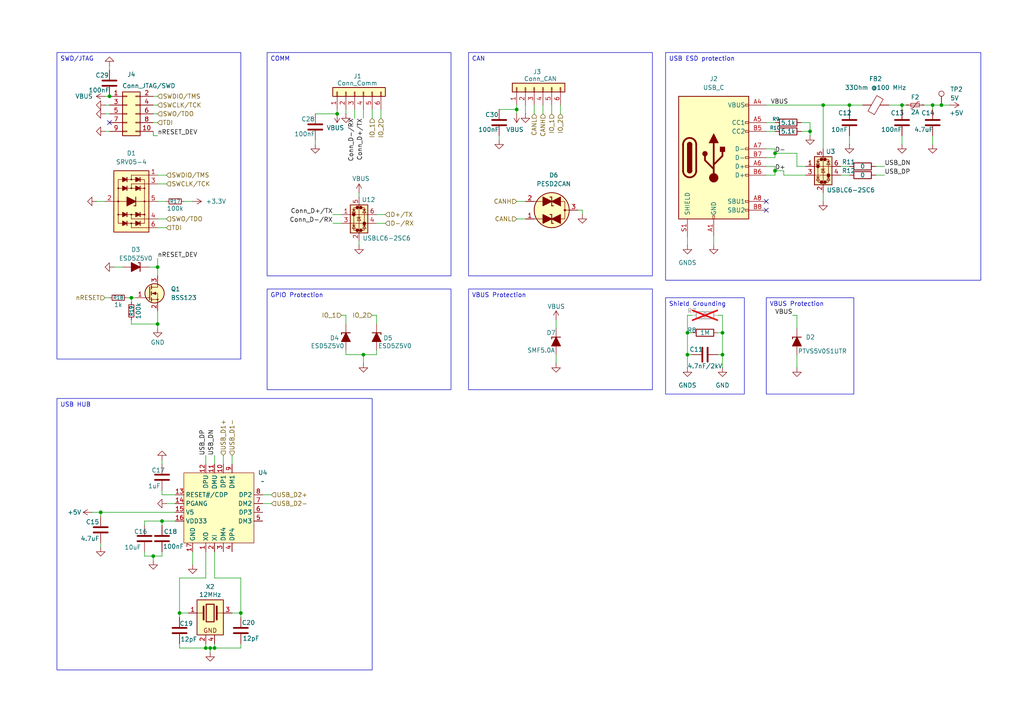
<source format=kicad_sch>
(kicad_sch (version 20250114) (generator "eeschema") (generator_version "9.0")
  (paper "A4")
  (lib_symbols
    (symbol "Connector:TestPoint" (pin_numbers (hide yes)) (pin_names (offset 0.762) (hide yes))
      (property "Reference" "TP" (at 0 6.858 0))
      (property "Value" "TestPoint" (at 0 5.08 0))
      (symbol "TestPoint_1_1"
        (pin passive line (at 0 0 90) (length 2.54) (name "1") (number "1"))
      )
    )
    (symbol "Connector:USB_C_Receptacle_USB2.0_16P" (pin_names (offset 1.016))
      (property "Reference" "J" (at 0 22.225 0))
      (property "Value" "USB_C_Receptacle_USB2.0_16P" (at 0 19.685 0))
      (symbol "USB_C_Receptacle_USB2.0_16P_1_1"
        (pin passive line (at -7.62 -22.86 90) (length 5.08) (name "SHIELD") (number "S1"))
        (pin passive line (at 0 -22.86 90) (length 5.08) (name "GND") (number "A1"))
        (pin passive line (at 0 -22.86 90) (length 5.08) (hide yes) (name "GND") (number "A12"))
        (pin passive line (at 0 -22.86 90) (length 5.08) (hide yes) (name "GND") (number "B1"))
        (pin passive line (at 0 -22.86 90) (length 5.08) (hide yes) (name "GND") (number "B12"))
        (pin passive line (at 15.24 15.24 180) (length 5.08) (name "VBUS") (number "A4"))
        (pin passive line (at 15.24 15.24 180) (length 5.08) (hide yes) (name "VBUS") (number "A9"))
        (pin passive line (at 15.24 15.24 180) (length 5.08) (hide yes) (name "VBUS") (number "B4"))
        (pin passive line (at 15.24 15.24 180) (length 5.08) (hide yes) (name "VBUS") (number "B9"))
        (pin bidirectional line (at 15.24 10.16 180) (length 5.08) (name "CC1") (number "A5"))
        (pin bidirectional line (at 15.24 7.62 180) (length 5.08) (name "CC2") (number "B5"))
        (pin bidirectional line (at 15.24 2.54 180) (length 5.08) (name "D-") (number "A7"))
        (pin bidirectional line (at 15.24 0 180) (length 5.08) (name "D-") (number "B7"))
        (pin bidirectional line (at 15.24 -2.54 180) (length 5.08) (name "D+") (number "A6"))
        (pin bidirectional line (at 15.24 -5.08 180) (length 5.08) (name "D+") (number "B6"))
        (pin bidirectional line (at 15.24 -12.7 180) (length 5.08) (name "SBU1") (number "A8"))
        (pin bidirectional line (at 15.24 -15.24 180) (length 5.08) (name "SBU2") (number "B8"))
      )
    )
    (symbol "Connector_Generic:Conn_01x06" (pin_names (offset 1.016) (hide yes))
      (property "Reference" "J" (at 0 7.62 0))
      (property "Value" "Conn_01x06" (at 0 -10.16 0))
      (symbol "Conn_01x06_1_1"
        (pin passive line (at -5.08 5.08 0) (length 3.81) (name "Pin_1") (number "1"))
        (pin passive line (at -5.08 2.54 0) (length 3.81) (name "Pin_2") (number "2"))
        (pin passive line (at -5.08 0 0) (length 3.81) (name "Pin_3") (number "3"))
        (pin passive line (at -5.08 -2.54 0) (length 3.81) (name "Pin_4") (number "4"))
        (pin passive line (at -5.08 -5.08 0) (length 3.81) (name "Pin_5") (number "5"))
        (pin passive line (at -5.08 -7.62 0) (length 3.81) (name "Pin_6") (number "6"))
      )
    )
    (symbol "Connector_Generic:Conn_02x05_Odd_Even" (pin_names (offset 1.016) (hide yes))
      (property "Reference" "J" (at 1.27 7.62 0))
      (property "Value" "Conn_02x05_Odd_Even" (at 1.27 -7.62 0))
      (symbol "Conn_02x05_Odd_Even_1_1"
        (pin passive line (at -5.08 5.08 0) (length 3.81) (name "Pin_1") (number "1"))
        (pin passive line (at -5.08 2.54 0) (length 3.81) (name "Pin_3") (number "3"))
        (pin passive line (at -5.08 0 0) (length 3.81) (name "Pin_5") (number "5"))
        (pin passive line (at -5.08 -2.54 0) (length 3.81) (name "Pin_7") (number "7"))
        (pin passive line (at -5.08 -5.08 0) (length 3.81) (name "Pin_9") (number "9"))
        (pin passive line (at 7.62 5.08 180) (length 3.81) (name "Pin_2") (number "2"))
        (pin passive line (at 7.62 2.54 180) (length 3.81) (name "Pin_4") (number "4"))
        (pin passive line (at 7.62 0 180) (length 3.81) (name "Pin_6") (number "6"))
        (pin passive line (at 7.62 -2.54 180) (length 3.81) (name "Pin_8") (number "8"))
        (pin passive line (at 7.62 -5.08 180) (length 3.81) (name "Pin_10") (number "10"))
      )
    )
    (symbol "Device:C" (pin_numbers (hide yes)) (pin_names (offset 0.254))
      (property "Reference" "C" (at 0.635 2.54 0))
      (property "Value" "C" (at 0.635 -2.54 0))
      (symbol "C_1_1"
        (pin passive line (at 0 3.81 270) (length 2.794) (name "~") (number "1"))
        (pin passive line (at 0 -3.81 90) (length 2.794) (name "~") (number "2"))
      )
    )
    (symbol "Device:FerriteBead" (pin_numbers (hide yes)) (pin_names (offset 0))
      (property "Reference" "FB" (at -3.81 0.635 90))
      (property "Value" "FerriteBead" (at 3.81 0 90))
      (symbol "FerriteBead_1_1"
        (pin passive line (at 0 3.81 270) (length 2.54) (name "~") (number "1"))
        (pin passive line (at 0 -3.81 90) (length 2.54) (name "~") (number "2"))
      )
    )
    (symbol "Device:Polyfuse_Small" (pin_numbers (hide yes)) (pin_names (offset 0))
      (property "Reference" "F" (at -1.905 0 90))
      (property "Value" "Polyfuse_Small" (at 1.905 0 90))
      (symbol "Polyfuse_Small_1_1"
        (pin passive line (at 0 2.54 270) (length 0.635) (name "~") (number "1"))
        (pin passive line (at 0 -2.54 90) (length 0.635) (name "~") (number "2"))
      )
    )
    (symbol "Device:R" (pin_numbers (hide yes)) (pin_names (offset 0))
      (property "Reference" "R" (at 2.032 0 90))
      (property "Value" "R" (at 0 0 90))
      (symbol "R_1_1"
        (pin passive line (at 0 3.81 270) (length 1.27) (name "~") (number "1"))
        (pin passive line (at 0 -3.81 90) (length 1.27) (name "~") (number "2"))
      )
    )
    (symbol "Device:R_Small" (pin_numbers (hide yes)) (pin_names (offset 0.254) (hide yes))
      (property "Reference" "R" (at 0 0 90))
      (property "Value" "R_Small" (at 1.778 0 90))
      (symbol "R_Small_1_1"
        (pin passive line (at 0 2.54 270) (length 0.762) (name "~") (number "1"))
        (pin passive line (at 0 -2.54 90) (length 0.762) (name "~") (number "2"))
      )
    )
    (symbol "Interface_USB:CH334P"
      (property "Reference" "U" (at 0 0 0))
      (symbol "CH334P_1_1"
        (pin passive line (at -12.7 3.81 0) (length 2.54) (name "RESET#/CDP") (number "13"))
        (pin passive line (at -12.7 1.27 0) (length 2.54) (name "PGANG") (number "14"))
        (pin passive line (at -12.7 -1.27 0) (length 2.54) (name "V5") (number "15"))
        (pin passive line (at -12.7 -3.81 0) (length 2.54) (name "VDD33") (number "16"))
        (pin passive line (at -7.62 -12.7 90) (length 2.54) (name "GND") (number "17"))
        (pin passive line (at -3.81 12.7 270) (length 2.54) (name "DPU") (number "12"))
        (pin passive line (at -3.81 -12.7 90) (length 2.54) (name "XO") (number "1"))
        (pin passive line (at -1.27 12.7 270) (length 2.54) (name "DMU") (number "11"))
        (pin passive line (at -1.27 -12.7 90) (length 2.54) (name "XI") (number "2"))
        (pin passive line (at 1.27 12.7 270) (length 2.54) (name "DP1") (number "10"))
        (pin passive line (at 1.27 -12.7 90) (length 2.54) (name "DM4") (number "3"))
        (pin passive line (at 3.81 12.7 270) (length 2.54) (name "DM1") (number "9"))
        (pin passive line (at 3.81 -12.7 90) (length 2.54) (name "DP4") (number "4"))
        (pin passive line (at 12.7 3.81 180) (length 2.54) (name "DP2") (number "8"))
        (pin passive line (at 12.7 1.27 180) (length 2.54) (name "DM2") (number "7"))
        (pin passive line (at 12.7 -1.27 180) (length 2.54) (name "DP3") (number "6"))
        (pin passive line (at 12.7 -3.81 180) (length 2.54) (name "DM3") (number "5"))
      )
    )
    (symbol "PCM_Crystal_AKL:Crystal_Generic_GND24" (pin_names (offset 1.016) (hide yes))
      (property "Reference" "X" (at 0 8.89 0))
      (property "Value" "Crystal_Generic" (at 0 6.35 0))
      (symbol "Crystal_Generic_GND24_0_1"
        (text "GND" (at 0 -5.08 0) (effects (font (size 1.27 1.27))))
      )
      (symbol "Crystal_Generic_GND24_1_1"
        (pin passive line (at -6.35 0 0) (length 2.54) (name "1") (number "1"))
        (pin passive line (at -1.27 -8.89 90) (length 2.54) (name "2") (number "2"))
        (pin passive line (at 1.27 -8.89 90) (length 2.54) (name "4") (number "4"))
        (pin passive line (at 6.35 0 180) (length 2.54) (name "3") (number "3"))
      )
    )
    (symbol "PCM_Diode_TVS_AKL:D_TVS_Unidirectional_Generic" (pin_numbers (hide yes)) (pin_names (offset 1.016) (hide yes))
      (property "Reference" "D" (at 0 6.35 0))
      (property "Value" "D_TVS_Unidirectional_Generic" (at 0 3.81 0))
      (symbol "D_TVS_Unidirectional_Generic_1_1"
        (pin passive line (at -3.81 0 0) (length 2.54) (name "A") (number "2"))
        (pin passive line (at 3.81 0 180) (length 2.54) (name "K") (number "1"))
      )
      (symbol "D_TVS_Unidirectional_Generic_1_2"
        (pin passive line (at -2.54 -2.54 0) (length 0) (name "A") (number "2"))
        (pin passive line (at 2.54 2.54 180) (length 0) (name "K") (number "1"))
      )
    )
    (symbol "PCM_Diode_TVS_AKL:ESD5Z5V0" (pin_numbers (hide yes)) (pin_names (offset 1.016) (hide yes))
      (property "Reference" "D" (at 0 5.08 0))
      (property "Value" "ESD5Z5V0" (at 0 2.54 0))
      (symbol "ESD5Z5V0_1_1"
        (pin passive line (at -3.81 0 0) (length 2.54) (name "A") (number "2"))
        (pin passive line (at 3.81 0 180) (length 2.54) (name "K") (number "1"))
      )
      (symbol "ESD5Z5V0_1_2"
        (pin passive line (at -2.54 -2.54 0) (length 0) (name "A") (number "2"))
        (pin passive line (at 2.54 2.54 180) (length 0) (name "K") (number "1"))
      )
    )
    (symbol "PCM_Diode_TVS_AKL:PESD2CAN" (pin_names (offset 1.016) (hide yes))
      (property "Reference" "D" (at 0 8.89 0))
      (property "Value" "PESD2CAN" (at 0 6.35 0))
      (symbol "PESD2CAN_1_1"
        (pin passive line (at -7.62 0 0) (length 2.54) (name "Com") (number "3"))
        (pin passive line (at 7.62 2.54 180) (length 2.54) (name "A2") (number "2"))
        (pin passive line (at 7.62 -2.54 180) (length 2.54) (name "A1") (number "1"))
      )
      (symbol "PESD2CAN_1_2"
        (pin passive line (at -5.08 0 0) (length 2.54) (name "Com") (number "3"))
        (pin passive line (at 0 10.16 270) (length 2.54) (name "A2") (number "2"))
        (pin passive line (at 0 -10.16 90) (length 2.54) (name "A1") (number "1"))
      )
    )
    (symbol "PCM_Diode_TVS_AKL:PTVS5V0S1UTR" (pin_numbers (hide yes)) (pin_names (offset 1.016) (hide yes))
      (property "Reference" "D" (at 0 5.08 0))
      (property "Value" "PTVS5V0S1UTR" (at 0 2.54 0))
      (symbol "PTVS5V0S1UTR_1_1"
        (pin passive line (at -3.81 0 0) (length 2.54) (name "A") (number "2"))
        (pin passive line (at 3.81 0 180) (length 2.54) (name "K") (number "1"))
      )
      (symbol "PTVS5V0S1UTR_1_2"
        (pin passive line (at -2.54 -2.54 0) (length 0) (name "A") (number "2"))
        (pin passive line (at 2.54 2.54 180) (length 0) (name "K") (number "1"))
      )
    )
    (symbol "PCM_Diode_TVS_AKL:SRV05-4" (pin_names (offset 1.016) (hide yes))
      (property "Reference" "D" (at 10.16 1.27 0))
      (property "Value" "SRV05-4" (at 10.16 -1.27 0))
      (symbol "SRV05-4_1_1"
        (pin passive line (at -7.62 7.62 270) (length 2.54) (name "L1") (number "1"))
        (pin passive line (at -5.08 7.62 270) (length 2.54) (name "L2") (number "3"))
        (pin passive line (at 0 7.62 270) (length 2.54) (name "VP") (number "5"))
        (pin passive line (at 0 -7.62 90) (length 2.54) (name "VN") (number "2"))
        (pin passive line (at 5.08 7.62 270) (length 2.54) (name "L3") (number "4"))
        (pin passive line (at 7.62 7.62 270) (length 2.54) (name "L4") (number "6"))
      )
    )
    (symbol "PCM_Transistor_MOSFET_AKL:BSS123" (pin_names (hide yes))
      (property "Reference" "Q" (at 5.08 1.27 0))
      (property "Value" "BSS123" (at 5.08 -1.27 0))
      (symbol "BSS123_1_1"
        (pin input line (at -3.81 -1.27 0) (length 2.54) (name "G") (number "1"))
        (pin passive line (at 2.54 5.08 270) (length 2.54) (name "D") (number "3"))
        (pin passive line (at 2.54 -5.08 90) (length 2.54) (name "S") (number "2"))
      )
    )
    (symbol "Power_Protection:USBLC6-2SC6" (pin_names (hide yes))
      (property "Reference" "U" (at 0.635 5.715 0))
      (property "Value" "USBLC6-2SC6" (at 0.635 3.81 0))
      (symbol "USBLC6-2SC6_1_1"
        (pin passive line (at -5.08 0 0) (length 2.54) (name "I/O1") (number "1"))
        (pin passive line (at -5.08 -2.54 0) (length 2.54) (name "I/O2") (number "3"))
        (pin passive line (at 0 5.08 270) (length 2.54) (name "VBUS") (number "5"))
        (pin passive line (at 0 -7.62 90) (length 2.54) (name "GND") (number "2"))
        (pin passive line (at 5.08 0 180) (length 2.54) (name "I/O1") (number "6"))
        (pin passive line (at 5.08 -2.54 180) (length 2.54) (name "I/O2") (number "4"))
      )
    )
    (symbol "power:+3.3V" (power) (pin_numbers (hide yes)) (pin_names (offset 0) (hide yes))
      (property "Value" "+3.3V" (at 0 3.556 0))
      (symbol "+3.3V_1_1"
        (pin power_in line (at 0 0 90) (length 0) (name "~") (number "1"))
      )
    )
    (symbol "power:+5V" (power) (pin_numbers (hide yes)) (pin_names (offset 0) (hide yes))
      (property "Value" "+5V" (at 0 3.556 0))
      (symbol "+5V_1_1"
        (pin power_in line (at 0 0 90) (length 0) (name "~") (number "1"))
      )
    )
    (symbol "power:GND" (power) (pin_numbers (hide yes)) (pin_names (offset 0) (hide yes))
      (property "Value" "GND" (at 0 -3.81 0))
      (symbol "GND_1_1"
        (pin power_in line (at 0 0 270) (length 0) (name "~") (number "1"))
      )
    )
    (symbol "power:GNDS" (power) (pin_numbers (hide yes)) (pin_names (offset 0) (hide yes))
      (property "Value" "GNDS" (at 0 -3.81 0))
      (symbol "GNDS_1_1"
        (pin power_in line (at 0 0 270) (length 0) (name "~") (number "1"))
      )
    )
    (symbol "power:VBUS" (power) (pin_numbers (hide yes)) (pin_names (offset 0) (hide yes))
      (property "Value" "VBUS" (at 0 3.556 0))
      (symbol "VBUS_1_1"
        (pin power_in line (at 0 0 90) (length 0) (name "~") (number "1"))
      )
    )
  )
  (text_box "COMM" (at 77.47 15.24 0) (size 53.34 64.77) (margins 0.9525 0.9525 0.9525 0.9525) (effects (font (size 1.27 1.27)) (justify left top)))
  (text_box "USB HUB\n" (at 16.51 115.57 0) (size 91.44 78.74) (margins 0.9525 0.9525 0.9525 0.9525) (effects (font (size 1.27 1.27)) (justify left top)))
  (text_box "Shield Grounding" (at 193.04 86.36 0) (size 22.86 27.94) (margins 0.9525 0.9525 0.9525 0.9525) (fill (type color)) (effects (font (size 1.27 1.27)) (justify left top)))
  (text_box "VBUS Protection" (at 222.25 86.36 0) (size 25.4 27.94) (margins 0.9525 0.9525 0.9525 0.9525) (fill (type color)) (effects (font (size 1.27 1.27)) (justify left top)))
  (text_box "SWD/JTAG" (at 16.51 15.24 0) (size 53.34 88.9) (margins 0.9525 0.9525 0.9525 0.9525) (effects (font (size 1.27 1.27)) (justify left top)))
  (text_box "VBUS Protection" (at 135.89 83.82 0) (size 53.34 29.21) (margins 0.9525 0.9525 0.9525 0.9525) (effects (font (size 1.27 1.27)) (justify left top)))
  (text_box "CAN\n" (at 135.89 15.24 0) (size 53.34 64.77) (margins 0.9525 0.9525 0.9525 0.9525) (effects (font (size 1.27 1.27)) (justify left top)))
  (text_box "GPIO Protection" (at 77.47 83.82 0) (size 53.34 29.21) (margins 0.9525 0.9525 0.9525 0.9525) (effects (font (size 1.27 1.27)) (justify left top)))
  (text_box "USB ESD protection" (at 193.04 15.24 0) (size 91.44 66.04) (margins 0.9525 0.9525 0.9525 0.9525) (effects (font (size 1.27 1.27)) (justify left top)))
  (junction (at 29.21 148.59))
  (junction (at 62.23 187.96))
  (junction (at 97.79 33.02))
  (junction (at 238.76 30.48))
  (junction (at 69.85 177.8))
  (junction (at 199.39 96.52))
  (junction (at 270.51 30.48))
  (junction (at 224.79 44.45))
  (junction (at 261.62 30.48))
  (junction (at 44.45 161.29))
  (junction (at 38.1 86.36))
  (junction (at 52.07 177.8))
  (junction (at 31.75 27.94))
  (junction (at 60.96 187.96))
  (junction (at 209.55 102.87))
  (junction (at 105.41 102.87))
  (junction (at 59.69 187.96))
  (junction (at 273.05 30.48))
  (junction (at 209.55 96.52))
  (junction (at 246.38 30.48))
  (junction (at 199.39 102.87))
  (junction (at 45.72 93.98))
  (junction (at 234.95 38.1))
  (junction (at 46.99 151.13))
  (junction (at 224.79 49.53))
  (junction (at 149.86 31.75))
  (junction (at 45.72 77.47))
  (no_connect (at 222.25 58.42))
  (no_connect (at 222.25 60.96))
  (no_connect (at 31.75 35.56))
  (wire (pts (xy 107.95 91.44) (xy 109.22 91.44)))
  (wire (pts (xy 96.52 62.23) (xy 99.06 62.23)))
  (wire (pts (xy 149.86 58.42) (xy 152.4 58.42)))
  (wire (pts (xy 38.1 86.36) (xy 39.37 86.36)))
  (wire (pts (xy 46.99 161.29) (xy 44.45 161.29)))
  (wire (pts (xy 38.1 93.98) (xy 45.72 93.98)))
  (wire (pts (xy 168.91 62.23) (xy 168.91 60.96)))
  (wire (pts (xy 109.22 64.77) (xy 111.76 64.77)))
  (wire (pts (xy 60.96 189.23) (xy 60.96 187.96)))
  (wire (pts (xy 69.85 187.96) (xy 62.23 187.96)))
  (wire (pts (xy 44.45 161.29) (xy 41.91 161.29)))
  (wire (pts (xy 97.79 33.02) (xy 97.79 31.75)))
  (wire (pts (xy 69.85 167.64) (xy 69.85 177.8)))
  (wire (pts (xy 44.45 35.56) (xy 45.72 35.56)))
  (wire (pts (xy 107.95 34.29) (xy 107.95 31.75)))
  (wire (pts (xy 45.72 66.04) (xy 48.26 66.04)))
  (wire (pts (xy 100.33 102.87) (xy 100.33 101.6)))
  (wire (pts (xy 54.61 177.8) (xy 52.07 177.8)))
  (wire (pts (xy 62.23 132.08) (xy 62.23 134.62)))
  (wire (pts (xy 149.86 63.5) (xy 152.4 63.5)))
  (wire (pts (xy 109.22 91.44) (xy 109.22 93.98)))
  (wire (pts (xy 45.72 77.47) (xy 45.72 80.01)))
  (wire (pts (xy 233.68 48.26) (xy 231.14 48.26)))
  (wire (pts (xy 208.28 96.52) (xy 209.55 96.52)))
  (wire (pts (xy 207.01 68.58) (xy 207.01 71.12)))
  (wire (pts (xy 44.45 27.94) (xy 45.72 27.94)))
  (wire (pts (xy 224.79 48.26) (xy 224.79 49.53)))
  (wire (pts (xy 267.97 30.48) (xy 270.51 30.48)))
  (wire (pts (xy 45.72 95.25) (xy 45.72 93.98)))
  (wire (pts (xy 52.07 186.69) (xy 52.07 187.96)))
  (wire (pts (xy 229.87 91.44) (xy 231.14 91.44)))
  (wire (pts (xy 44.45 30.48) (xy 45.72 30.48)))
  (wire (pts (xy 46.99 151.13) (xy 46.99 152.4)))
  (wire (pts (xy 64.77 132.08) (xy 64.77 134.62)))
  (wire (pts (xy 59.69 132.08) (xy 59.69 134.62)))
  (wire (pts (xy 227.33 50.8) (xy 227.33 49.53)))
  (wire (pts (xy 238.76 55.88) (xy 238.76 58.42)))
  (wire (pts (xy 69.85 177.8) (xy 67.31 177.8)))
  (wire (pts (xy 38.1 93.98) (xy 38.1 92.71)))
  (wire (pts (xy 270.51 30.48) (xy 273.05 30.48)))
  (wire (pts (xy 48.26 146.05) (xy 50.8 146.05)))
  (wire (pts (xy 209.55 91.44) (xy 209.55 96.52)))
  (wire (pts (xy 69.85 186.69) (xy 69.85 187.96)))
  (wire (pts (xy 30.48 86.36) (xy 31.75 86.36)))
  (wire (pts (xy 168.91 60.96) (xy 167.64 60.96)))
  (wire (pts (xy 110.49 34.29) (xy 110.49 31.75)))
  (wire (pts (xy 53.34 58.42) (xy 55.88 58.42)))
  (wire (pts (xy 222.25 35.56) (xy 224.79 35.56)))
  (wire (pts (xy 104.14 69.85) (xy 104.14 71.12)))
  (wire (pts (xy 44.45 162.56) (xy 44.45 161.29)))
  (wire (pts (xy 52.07 177.8) (xy 52.07 179.07)))
  (wire (pts (xy 209.55 96.52) (xy 209.55 102.87)))
  (wire (pts (xy 59.69 187.96) (xy 59.69 186.69)))
  (wire (pts (xy 224.79 44.45) (xy 224.79 45.72)))
  (wire (pts (xy 96.52 64.77) (xy 99.06 64.77)))
  (wire (pts (xy 52.07 187.96) (xy 59.69 187.96)))
  (wire (pts (xy 209.55 106.68) (xy 209.55 102.87)))
  (wire (pts (xy 227.33 49.53) (xy 224.79 49.53)))
  (wire (pts (xy 59.69 167.64) (xy 52.07 167.64)))
  (wire (pts (xy 102.87 34.29) (xy 102.87 31.75)))
  (wire (pts (xy 200.66 96.52) (xy 199.39 96.52)))
  (wire (pts (xy 234.95 38.1) (xy 232.41 38.1)))
  (wire (pts (xy 257.81 30.48) (xy 261.62 30.48)))
  (wire (pts (xy 105.41 102.87) (xy 100.33 102.87)))
  (wire (pts (xy 233.68 50.8) (xy 227.33 50.8)))
  (wire (pts (xy 231.14 91.44) (xy 231.14 95.25)))
  (wire (pts (xy 30.48 30.48) (xy 31.75 30.48)))
  (wire (pts (xy 60.96 187.96) (xy 59.69 187.96)))
  (wire (pts (xy 69.85 179.07) (xy 69.85 177.8)))
  (wire (pts (xy 62.23 186.69) (xy 62.23 187.96)))
  (wire (pts (xy 209.55 102.87) (xy 208.28 102.87)))
  (wire (pts (xy 208.28 91.44) (xy 209.55 91.44)))
  (wire (pts (xy 76.2 146.05) (xy 78.74 146.05)))
  (wire (pts (xy 238.76 30.48) (xy 246.38 30.48)))
  (wire (pts (xy 29.21 148.59) (xy 50.8 148.59)))
  (wire (pts (xy 44.45 39.37) (xy 45.72 39.37)))
  (wire (pts (xy 232.41 35.56) (xy 234.95 35.56)))
  (wire (pts (xy 100.33 31.75) (xy 100.33 33.02)))
  (wire (pts (xy 36.83 86.36) (xy 38.1 86.36)))
  (wire (pts (xy 30.48 38.1) (xy 31.75 38.1)))
  (wire (pts (xy 44.45 33.02) (xy 45.72 33.02)))
  (wire (pts (xy 231.14 48.26) (xy 231.14 44.45)))
  (wire (pts (xy 45.72 74.93) (xy 45.72 77.47)))
  (wire (pts (xy 199.39 96.52) (xy 199.39 102.87)))
  (wire (pts (xy 231.14 102.87) (xy 231.14 106.68)))
  (wire (pts (xy 254 50.8) (xy 256.54 50.8)))
  (wire (pts (xy 100.33 91.44) (xy 100.33 93.98)))
  (wire (pts (xy 224.79 45.72) (xy 222.25 45.72)))
  (wire (pts (xy 30.48 27.94) (xy 31.75 27.94)))
  (wire (pts (xy 152.4 30.48) (xy 152.4 33.02)))
  (wire (pts (xy 91.44 40.64) (xy 91.44 41.91)))
  (wire (pts (xy 222.25 38.1) (xy 224.79 38.1)))
  (wire (pts (xy 161.29 102.87) (xy 161.29 105.41)))
  (wire (pts (xy 99.06 91.44) (xy 100.33 91.44)))
  (wire (pts (xy 45.72 58.42) (xy 48.26 58.42)))
  (wire (pts (xy 246.38 30.48) (xy 246.38 31.75)))
  (wire (pts (xy 270.51 31.75) (xy 270.51 30.48)))
  (wire (pts (xy 26.67 148.59) (xy 29.21 148.59)))
  (wire (pts (xy 41.91 151.13) (xy 46.99 151.13)))
  (wire (pts (xy 38.1 87.63) (xy 38.1 86.36)))
  (wire (pts (xy 270.51 39.37) (xy 270.51 41.91)))
  (wire (pts (xy 43.18 77.47) (xy 45.72 77.47)))
  (wire (pts (xy 41.91 152.4) (xy 41.91 151.13)))
  (wire (pts (xy 231.14 44.45) (xy 224.79 44.45)))
  (wire (pts (xy 154.94 30.48) (xy 154.94 33.02)))
  (wire (pts (xy 52.07 167.64) (xy 52.07 177.8)))
  (wire (pts (xy 273.05 30.48) (xy 275.59 30.48)))
  (wire (pts (xy 222.25 43.18) (xy 224.79 43.18)))
  (wire (pts (xy 44.45 39.37) (xy 44.45 38.1)))
  (wire (pts (xy 46.99 160.02) (xy 46.99 161.29)))
  (wire (pts (xy 149.86 30.48) (xy 149.86 31.75)))
  (wire (pts (xy 46.99 143.51) (xy 50.8 143.51)))
  (wire (pts (xy 41.91 161.29) (xy 41.91 160.02)))
  (wire (pts (xy 45.72 53.34) (xy 48.26 53.34)))
  (wire (pts (xy 91.44 33.02) (xy 97.79 33.02)))
  (wire (pts (xy 55.88 160.02) (xy 55.88 163.83)))
  (wire (pts (xy 162.56 30.48) (xy 162.56 33.02)))
  (wire (pts (xy 76.2 143.51) (xy 78.74 143.51)))
  (wire (pts (xy 199.39 91.44) (xy 199.39 96.52)))
  (wire (pts (xy 261.62 30.48) (xy 261.62 31.75)))
  (wire (pts (xy 104.14 55.88) (xy 104.14 57.15)))
  (wire (pts (xy 62.23 160.02) (xy 62.23 167.64)))
  (wire (pts (xy 243.84 50.8) (xy 246.38 50.8)))
  (wire (pts (xy 224.79 43.18) (xy 224.79 44.45)))
  (wire (pts (xy 200.66 91.44) (xy 199.39 91.44)))
  (wire (pts (xy 149.86 31.75) (xy 149.86 33.02)))
  (wire (pts (xy 234.95 35.56) (xy 234.95 38.1)))
  (wire (pts (xy 199.39 68.58) (xy 199.39 71.12)))
  (wire (pts (xy 105.41 34.29) (xy 105.41 31.75)))
  (wire (pts (xy 224.79 50.8) (xy 222.25 50.8)))
  (wire (pts (xy 144.78 39.37) (xy 144.78 40.64)))
  (wire (pts (xy 222.25 48.26) (xy 224.79 48.26)))
  (wire (pts (xy 222.25 30.48) (xy 238.76 30.48)))
  (wire (pts (xy 29.21 148.59) (xy 29.21 149.86)))
  (wire (pts (xy 238.76 30.48) (xy 238.76 43.18)))
  (wire (pts (xy 246.38 30.48) (xy 250.19 30.48)))
  (wire (pts (xy 200.66 102.87) (xy 199.39 102.87)))
  (wire (pts (xy 67.31 132.08) (xy 67.31 134.62)))
  (wire (pts (xy 30.48 33.02) (xy 31.75 33.02)))
  (wire (pts (xy 59.69 160.02) (xy 59.69 167.64)))
  (wire (pts (xy 246.38 39.37) (xy 246.38 41.91)))
  (wire (pts (xy 243.84 48.26) (xy 246.38 48.26)))
  (wire (pts (xy 46.99 143.51) (xy 46.99 142.24)))
  (wire (pts (xy 261.62 39.37) (xy 261.62 41.91)))
  (wire (pts (xy 157.48 30.48) (xy 157.48 33.02)))
  (wire (pts (xy 62.23 187.96) (xy 60.96 187.96)))
  (wire (pts (xy 105.41 102.87) (xy 105.41 105.41)))
  (wire (pts (xy 199.39 102.87) (xy 199.39 106.68)))
  (wire (pts (xy 46.99 133.35) (xy 46.99 134.62)))
  (wire (pts (xy 254 48.26) (xy 256.54 48.26)))
  (wire (pts (xy 261.62 30.48) (xy 262.89 30.48)))
  (wire (pts (xy 46.99 151.13) (xy 50.8 151.13)))
  (wire (pts (xy 45.72 90.17) (xy 45.72 93.98)))
  (wire (pts (xy 33.02 77.47) (xy 35.56 77.47)))
  (wire (pts (xy 161.29 92.71) (xy 161.29 95.25)))
  (wire (pts (xy 109.22 102.87) (xy 105.41 102.87)))
  (wire (pts (xy 45.72 50.8) (xy 48.26 50.8)))
  (wire (pts (xy 31.75 19.05) (xy 31.75 20.32)))
  (wire (pts (xy 62.23 167.64) (xy 69.85 167.64)))
  (wire (pts (xy 29.21 157.48) (xy 29.21 158.75)))
  (wire (pts (xy 109.22 62.23) (xy 111.76 62.23)))
  (wire (pts (xy 144.78 31.75) (xy 149.86 31.75)))
  (wire (pts (xy 109.22 101.6) (xy 109.22 102.87)))
  (wire (pts (xy 45.72 63.5) (xy 48.26 63.5)))
  (wire (pts (xy 224.79 49.53) (xy 224.79 50.8)))
  (wire (pts (xy 27.94 58.42) (xy 30.48 58.42)))
  (wire (pts (xy 160.02 30.48) (xy 160.02 33.02)))
  (wire (pts (xy 234.95 39.37) (xy 234.95 38.1)))
  (label "nRESET_DEV" (at 45.72 39.37 0))
  (label "Conn_D-{slash}RX" (at 102.87 34.29 270))
  (label "USB_DN" (at 62.23 132.08 90))
  (label "VBUS" (at 229.87 91.44 180))
  (label "VBUS" (at 223.52 30.48 0))
  (label "D-" (at 224.79 44.45 0))
  (label "USB_DP" (at 59.69 132.08 90))
  (label "USB_DN" (at 256.54 48.26 0))
  (label "Conn_D-{slash}RX" (at 96.52 64.77 180))
  (label "D+" (at 224.79 49.53 0))
  (label "Conn_D+{slash}TX" (at 105.41 34.29 270))
  (label "USB_DP" (at 256.54 50.8 0))
  (label "nRESET_DEV" (at 45.72 74.93 0))
  (label "Conn_D+{slash}TX" (at 96.52 62.23 180))
  (hierarchical_label "SWCLK{slash}TCK" (shape input) (at 48.26 53.34 0))
  (hierarchical_label "D-{slash}RX" (shape input) (at 111.76 64.77 0))
  (hierarchical_label "USB_D1-" (shape input) (at 67.31 132.08 90))
  (hierarchical_label "CANH" (shape input) (at 149.86 58.42 180))
  (hierarchical_label "IO_2" (shape input) (at 162.56 33.02 270))
  (hierarchical_label "USB_D2+" (shape input) (at 78.74 143.51 0))
  (hierarchical_label "CANL" (shape input) (at 149.86 63.5 180))
  (hierarchical_label "SWDIO{slash}TMS" (shape input) (at 48.26 50.8 0))
  (hierarchical_label "CANL" (shape input) (at 154.94 33.02 270))
  (hierarchical_label "USB_D1+" (shape input) (at 64.77 132.08 90))
  (hierarchical_label "SWO{slash}TDO" (shape input) (at 48.26 63.5 0))
  (hierarchical_label "IO_2" (shape input) (at 110.49 34.29 270))
  (hierarchical_label "nRESET" (shape input) (at 30.48 86.36 180))
  (hierarchical_label "IO_2" (shape input) (at 107.95 91.44 180))
  (hierarchical_label "TDI" (shape input) (at 48.26 66.04 0))
  (hierarchical_label "USB_D2-" (shape input) (at 78.74 146.05 0))
  (hierarchical_label "SWCLK{slash}TCK" (shape input) (at 45.72 30.48 0))
  (hierarchical_label "D+{slash}TX" (shape input) (at 111.76 62.23 0))
  (hierarchical_label "SWO{slash}TDO" (shape input) (at 45.72 33.02 0))
  (hierarchical_label "IO_1" (shape input) (at 107.95 34.29 270))
  (hierarchical_label "SWDIO{slash}TMS" (shape input) (at 45.72 27.94 0))
  (hierarchical_label "TDI" (shape input) (at 45.72 35.56 0))
  (hierarchical_label "IO_1" (shape input) (at 160.02 33.02 270))
  (hierarchical_label "IO_1" (shape input) (at 99.06 91.44 180))
  (hierarchical_label "CANH" (shape input) (at 157.48 33.02 270))
  (symbol (lib_id "Device:C") (at 41.91 156.21 0) (unit 1)
    (property "Reference" "C16" (at 38.862 154.178 0) (effects (justify left)))
    (property "Value" "10uF" (at 36.068 158.75 0) (effects (justify left)))
    (property "Description" "Unpolarized capacitor" (effects (hide yes)))
  )
  (symbol (lib_id "power:GND") (at 30.48 33.02 270) (mirror x) (unit 1)
    (property "Reference" "#PWR054" (effects (hide yes)))
    (property "Value" "GND" (effects (hide yes)))
    (property "Description" "Power symbol creates a global label with name \"GND\" , ground" (effects (hide yes)))
  )
  (symbol (lib_id "Device:R_Small") (at 38.1 90.17 180) (unit 1)
    (property "Reference" "R19" (at 38.1 90.17 90) (effects (font (size 1.016 1.016))))
    (property "Value" "100k" (at 40.132 90.17 90))
    (property "Description" "Resistor, small symbol" (effects (hide yes)))
  )
  (symbol (lib_id "power:GND") (at 45.72 95.25 0) (unit 1)
    (property "Reference" "#PWR058" (effects (hide yes)))
    (property "Value" "GND" (at 45.72 99.314 0))
    (property "Description" "Power symbol creates a global label with name \"GND\" , ground" (effects (hide yes)))
  )
  (symbol (lib_id "power:GND") (at 46.99 133.35 180) (unit 1)
    (property "Reference" "#PWR033" (effects (hide yes)))
    (property "Value" "GND" (effects (hide yes)))
    (property "Description" "Power symbol creates a global label with name \"GND\" , ground" (effects (hide yes)))
  )
  (symbol (lib_id "power:VBUS") (at 97.79 33.02 180) (unit 1)
    (property "Reference" "#PWR045" (effects (hide yes)))
    (property "Value" "VBUS" (at 99.822 37.084 0) (effects (justify left)))
    (property "Description" "Power symbol creates a global label with name \"VBUS\"" (effects (hide yes)))
  )
  (symbol (lib_id "PCM_Diode_TVS_AKL:D_TVS_Unidirectional_Generic") (at 161.29 99.06 90) (unit 1)
    (property "Reference" "D7" (at 158.496 96.52 90) (effects (justify right)))
    (property "Value" "SMF5.0A" (at 152.908 101.6 90) (effects (justify right)))
    (property "Footprint" "Diode_SMD:D_SOD-123F" (effects (hide yes)))
    (property "Description" "Unidirectional TVS diode, Generic symbol, Alternate KiCAD Library" (effects (hide yes)))
  )
  (symbol (lib_id "Device:C") (at 246.38 35.56 0) (unit 1)
    (property "Reference" "C12" (at 243.078 32.766 0) (effects (justify left)))
    (property "Value" "10nF" (at 241.046 37.592 0) (effects (justify left)))
    (property "Description" "Unpolarized capacitor" (effects (hide yes)))
  )
  (symbol (lib_id "power:GND") (at 209.55 106.68 0) (unit 1)
    (property "Reference" "#PWR022" (effects (hide yes)))
    (property "Value" "GND" (at 209.55 111.76 0))
    (property "Description" "Power symbol creates a global label with name \"GND\" , ground" (effects (hide yes)))
  )
  (symbol (lib_id "Connector:USB_C_Receptacle_USB2.0_16P") (at 207.01 45.72 0) (unit 1)
    (property "Reference" "J2" (at 207.01 22.86 0))
    (property "Value" "USB_C" (at 207.01 25.4 0))
    (property "Footprint" "Connector_USB:USB_C_Receptacle_HCTL_HC-TYPE-C-16P-01A" (effects (hide yes)))
    (property "Datasheet" "https://www.usb.org/sites/default/files/documents/usb_type-c.zip" (effects (hide yes)))
    (property "Description" "USB 2.0-only 16P Type-C Receptacle connector" (effects (hide yes)))
  )
  (symbol (lib_id "power:GND") (at 238.76 58.42 0) (unit 1)
    (property "Reference" "#PWR025" (effects (hide yes)))
    (property "Value" "GND" (effects (hide yes)))
    (property "Description" "Power symbol creates a global label with name \"GND\" , ground" (effects (hide yes)))
  )
  (symbol (lib_id "Connector_Generic:Conn_02x05_Odd_Even") (at 36.83 33.02 0) (unit 1)
    (property "Reference" "J4" (at 38.1 21.59 0))
    (property "Value" "Conn_JTAG/SWD" (at 43.18 24.892 0))
    (property "Description" "Generic connector, double row, 02x05, odd/even pin numbering scheme (row 1 odd numbers, row 2 even numbers), script generated (kicad-library-utils/schlib/autogen/connector/)" (effects (hide yes)))
  )
  (symbol (lib_id "Device:R") (at 228.6 38.1 270) (unit 1)
    (property "Reference" "R10" (at 224.79 37.084 90) (effects (font (size 1 1))))
    (property "Value" "5.1k" (at 228.6 38.1 90))
    (property "Description" "Resistor" (effects (hide yes)))
  )
  (symbol (lib_id "Connector_Generic:Conn_01x06") (at 154.94 25.4 90) (unit 1)
    (property "Reference" "J3" (at 156.972 20.828 90) (effects (justify left)))
    (property "Value" "Conn_CAN" (at 161.544 22.86 90) (effects (justify left)))
    (property "Description" "Generic connector, single row, 01x06, script generated (kicad-library-utils/schlib/autogen/connector/)" (effects (hide yes)))
  )
  (symbol (lib_id "power:GNDS") (at 199.39 106.68 0) (unit 1)
    (property "Reference" "#PWR020" (effects (hide yes)))
    (property "Value" "GNDS" (at 199.39 111.76 0))
    (property "Description" "Power symbol creates a global label with name \"GNDS\" , signal ground" (effects (hide yes)))
  )
  (symbol (lib_id "Device:R") (at 204.47 91.44 90) (unit 1) (dnp yes)
    (property "Reference" "R7" (at 200.66 90.17 90))
    (property "Value" "0" (at 204.47 91.44 90))
    (property "Description" "Resistor" (effects (hide yes)))
  )
  (symbol (lib_id "power:GND") (at 27.94 58.42 270) (unit 1)
    (property "Reference" "#PWR056" (effects (hide yes)))
    (property "Value" "GND" (effects (hide yes)))
    (property "Description" "Power symbol creates a global label with name \"GND\" , ground" (effects (hide yes)))
  )
  (symbol (lib_id "Power_Protection:USBLC6-2SC6") (at 104.14 62.23 0) (unit 1)
    (property "Reference" "U12" (at 104.902 57.912 0) (effects (justify left)))
    (property "Value" "USBLC6-2SC6" (at 105.156 69.088 0) (effects (justify left)))
    (property "Footprint" "Package_TO_SOT_SMD:SOT-666" (effects (hide yes)))
    (property "Datasheet" "https://www.st.com/resource/en/datasheet/usblc6-2.pdf" (effects (hide yes)))
    (property "Description" "Very low capacitance ESD protection diode, 2 data-line, SOT-23-6" (effects (hide yes)))
  )
  (symbol (lib_id "power:GND") (at 33.02 77.47 270) (unit 1)
    (property "Reference" "#PWR059" (effects (hide yes)))
    (property "Value" "GND" (effects (hide yes)))
    (property "Description" "Power symbol creates a global label with name \"GND\" , ground" (effects (hide yes)))
  )
  (symbol (lib_id "power:+3.3V") (at 55.88 58.42 270) (unit 1)
    (property "Reference" "#PWR057" (effects (hide yes)))
    (property "Value" "+3.3V" (at 59.69 58.4199 90) (effects (justify left)))
    (property "Description" "Power symbol creates a global label with name \"+3.3V\"" (effects (hide yes)))
  )
  (symbol (lib_id "Interface_USB:CH334P") (at 63.5 147.32 0) (unit 1)
    (property "Reference" "U4" (at 76.2 137.0898 0))
    (property "Value" "~" (at 76.2 139.6298 0))
    (property "Footprint" "PCM_Package_DFN_QFN_AKL:QFN-16-1EP_3x3mm_P0.5mm_EP1.75x1.75mm" (effects (hide yes)))
  )
  (symbol (lib_id "power:GND") (at 48.26 146.05 270) (unit 1)
    (property "Reference" "#PWR034" (effects (hide yes)))
    (property "Value" "GND" (effects (hide yes)))
    (property "Description" "Power symbol creates a global label with name \"GND\" , ground" (effects (hide yes)))
  )
  (symbol (lib_id "Device:R") (at 250.19 50.8 90) (unit 1)
    (property "Reference" "R12" (at 246.126 49.53 90))
    (property "Value" "0" (at 250.19 50.8 90))
    (property "Description" "Resistor" (effects (hide yes)))
  )
  (symbol (lib_id "power:GND") (at 261.62 41.91 0) (unit 1)
    (property "Reference" "#PWR027" (effects (hide yes)))
    (property "Value" "GND" (effects (hide yes)))
    (property "Description" "Power symbol creates a global label with name \"GND\" , ground" (effects (hide yes)))
  )
  (symbol (lib_id "power:GND") (at 105.41 105.41 0) (mirror y) (unit 1)
    (property "Reference" "#PWR062" (effects (hide yes)))
    (property "Value" "GND" (effects (hide yes)))
    (property "Description" "Power symbol creates a global label with name \"GND\" , ground" (effects (hide yes)))
  )
  (symbol (lib_id "Device:R") (at 228.6 35.56 270) (unit 1)
    (property "Reference" "R9" (at 225.044 34.544 90) (effects (font (size 1 1))))
    (property "Value" "5.1k" (at 228.6 35.56 90))
    (property "Description" "Resistor" (effects (hide yes)))
  )
  (symbol (lib_id "Device:C") (at 29.21 153.67 0) (unit 1)
    (property "Reference" "C15" (at 24.892 151.384 0) (effects (justify left)))
    (property "Value" "4.7uF" (at 23.368 156.21 0) (effects (justify left)))
    (property "Description" "Unpolarized capacitor" (effects (hide yes)))
  )
  (symbol (lib_id "Device:R") (at 204.47 96.52 90) (unit 1)
    (property "Reference" "R8" (at 200.66 95.758 90))
    (property "Value" "1M" (at 204.47 96.52 90))
    (property "Description" "Resistor" (effects (hide yes)))
  )
  (symbol (lib_id "PCM_Diode_TVS_AKL:PESD2CAN") (at 160.02 60.96 0) (mirror y) (unit 1)
    (property "Reference" "D6" (at 160.5915 50.8 0))
    (property "Value" "PESD2CAN" (at 160.5915 53.34 0))
    (property "Footprint" "PCM_Package_TO_SOT_SMD_AKL:SOT-23" (effects (hide yes)))
    (property "Datasheet" "https://www.tme.eu/Document/ad02fbf39ace74a5161accc984238198/PESD2CAN.pdf" (effects (hide yes)))
    (property "Description" "SOT-23 Dual bidirectional TVS diode for CAN bus protection, 24V, 230W, Alternate KiCAD Library" (effects (hide yes)))
  )
  (symbol (lib_id "power:VBUS") (at 104.14 55.88 0) (unit 1)
    (property "Reference" "#PWR060" (effects (hide yes)))
    (property "Value" "VBUS" (at 102.108 51.816 0) (effects (justify left)))
    (property "Description" "Power symbol creates a global label with name \"VBUS\"" (effects (hide yes)))
  )
  (symbol (lib_id "PCM_Diode_TVS_AKL:PTVS5V0S1UTR") (at 231.14 99.06 90) (unit 1)
    (property "Reference" "D2" (at 233.68 97.7899 90) (effects (justify right)))
    (property "Value" "PTVS5V0S1UTR" (at 231.394 101.854 90) (effects (justify right)))
    (property "Footprint" "PCM_Diode_SMD_AKL:D_SOD-123" (effects (hide yes)))
    (property "Datasheet" "https://www.tme.eu/Document/2e8aaef06c6b99cbe490b416bc53c8a0/PTVSXS1UTR_SER.pdf" (effects (hide yes)))
    (property "Description" "SOD-123F Unidirectional TVS diode, 5V, 400W, Alternate KiCAD Library" (effects (hide yes)))
  )
  (symbol (lib_id "power:VBUS") (at 30.48 27.94 90) (unit 1)
    (property "Reference" "#PWR052" (effects (hide yes)))
    (property "Value" "VBUS" (at 26.924 27.94 90) (effects (justify left)))
    (property "Description" "Power symbol creates a global label with name \"VBUS\"" (effects (hide yes)))
  )
  (symbol (lib_id "power:GND") (at 231.14 106.68 0) (unit 1)
    (property "Reference" "#PWR023" (effects (hide yes)))
    (property "Value" "GND" (effects (hide yes)))
    (property "Description" "Power symbol creates a global label with name \"GND\" , ground" (effects (hide yes)))
  )
  (symbol (lib_id "power:GND") (at 161.29 105.41 0) (mirror y) (unit 1)
    (property "Reference" "#PWR067" (effects (hide yes)))
    (property "Value" "GND" (effects (hide yes)))
    (property "Description" "Power symbol creates a global label with name \"GND\" , ground" (effects (hide yes)))
  )
  (symbol (lib_id "Connector:TestPoint") (at 273.05 30.48 0) (unit 1)
    (property "Reference" "TP2" (at 275.59 25.9079 0) (effects (justify left)))
    (property "Value" "5V" (at 275.59 28.4479 0) (effects (justify left)))
    (property "Footprint" "TestPoint:TestPoint_Pad_D1.0mm" (effects (hide yes)))
    (property "Description" "test point" (effects (hide yes)))
  )
  (symbol (lib_id "power:GND") (at 207.01 71.12 0) (unit 1)
    (property "Reference" "#PWR021" (effects (hide yes)))
    (property "Value" "GND" (effects (hide yes)))
    (property "Description" "Power symbol creates a global label with name \"GND\" , ground" (effects (hide yes)))
  )
  (symbol (lib_id "Device:C") (at 204.47 102.87 90) (unit 1)
    (property "Reference" "C11" (at 201.93 101.346 90))
    (property "Value" "4.7nF/2kV" (at 204.47 106.172 90))
    (property "Description" "Unpolarized capacitor" (effects (hide yes)))
  )
  (symbol (lib_id "power:GND") (at 44.45 162.56 0) (unit 1)
    (property "Reference" "#PWR032" (effects (hide yes)))
    (property "Value" "GND" (effects (hide yes)))
    (property "Description" "Power symbol creates a global label with name \"GND\" , ground" (effects (hide yes)))
  )
  (symbol (lib_id "Device:C") (at 261.62 35.56 0) (unit 1)
    (property "Reference" "C13" (at 258.318 32.766 0) (effects (justify left)))
    (property "Value" "100nF" (at 255.524 37.592 0) (effects (justify left)))
    (property "Description" "Unpolarized capacitor" (effects (hide yes)))
  )
  (symbol (lib_id "power:GND") (at 168.91 62.23 0) (unit 1)
    (property "Reference" "#PWR0115" (effects (hide yes)))
    (property "Value" "GND" (effects (hide yes)))
    (property "Description" "Power symbol creates a global label with name \"GND\" , ground" (effects (hide yes)))
  )
  (symbol (lib_id "power:GND") (at 152.4 33.02 0) (mirror y) (unit 1)
    (property "Reference" "#PWR051" (effects (hide yes)))
    (property "Value" "GND" (effects (hide yes)))
    (property "Description" "Power symbol creates a global label with name \"GND\" , ground" (effects (hide yes)))
  )
  (symbol (lib_id "power:GND") (at 270.51 41.91 0) (unit 1)
    (property "Reference" "#PWR028" (effects (hide yes)))
    (property "Value" "GND" (effects (hide yes)))
    (property "Description" "Power symbol creates a global label with name \"GND\" , ground" (effects (hide yes)))
  )
  (symbol (lib_id "power:GND") (at 60.96 189.23 0) (unit 1)
    (property "Reference" "#PWR036" (effects (hide yes)))
    (property "Value" "GND" (effects (hide yes)))
    (property "Description" "Power symbol creates a global label with name \"GND\" , ground" (effects (hide yes)))
  )
  (symbol (lib_id "power:GND") (at 144.78 40.64 0) (mirror y) (unit 1)
    (property "Reference" "#PWR065" (effects (hide yes)))
    (property "Value" "GND" (effects (hide yes)))
    (property "Description" "Power symbol creates a global label with name \"GND\" , ground" (effects (hide yes)))
  )
  (symbol (lib_id "Device:Polyfuse_Small") (at 265.43 30.48 90) (unit 1)
    (property "Reference" "F2" (at 265.43 28.194 90))
    (property "Value" "2A" (at 265.43 32.512 90))
    (property "Description" "Resettable fuse, polymeric positive temperature coefficient, small symbol" (effects (hide yes)))
  )
  (symbol (lib_id "power:GND") (at 55.88 163.83 0) (unit 1)
    (property "Reference" "#PWR035" (effects (hide yes)))
    (property "Value" "GND" (effects (hide yes)))
    (property "Description" "Power symbol creates a global label with name \"GND\" , ground" (effects (hide yes)))
  )
  (symbol (lib_id "power:GND") (at 29.21 158.75 0) (unit 1)
    (property "Reference" "#PWR031" (effects (hide yes)))
    (property "Value" "GND" (effects (hide yes)))
    (property "Description" "Power symbol creates a global label with name \"GND\" , ground" (effects (hide yes)))
  )
  (symbol (lib_id "Device:R_Small") (at 34.29 86.36 90) (unit 1)
    (property "Reference" "R18" (at 34.29 86.36 90) (effects (font (size 1.016 1.016))))
    (property "Value" "1k" (at 34.29 88.392 90))
    (property "Description" "Resistor, small symbol" (effects (hide yes)))
  )
  (symbol (lib_id "Device:C") (at 91.44 36.83 0) (unit 1)
    (property "Reference" "C28" (at 87.376 34.544 0) (effects (justify left)))
    (property "Value" "100nF" (at 85.344 38.862 0) (effects (justify left)))
    (property "Description" "Unpolarized capacitor" (effects (hide yes)))
  )
  (symbol (lib_id "PCM_Diode_TVS_AKL:ESD5Z5V0") (at 109.22 97.79 270) (mirror x) (unit 1)
    (property "Reference" "D5" (at 112.522 98.044 90))
    (property "Value" "ESD5Z5V0" (at 114.554 100.33 90))
    (property "Footprint" "PCM_Diode_SMD_AKL:D_SOD-523" (effects (hide yes)))
    (property "Datasheet" "https://www.tme.eu/Document/d13ef8e94b33d3a9cbff2cf36d4aeefa/esd5z2v5.pdf" (effects (hide yes)))
    (property "Description" "SOD-523 Unidirectional TVS diode, 5V, 148W, Alternate KiCAD Library" (effects (hide yes)))
  )
  (symbol (lib_id "PCM_Diode_TVS_AKL:ESD5Z5V0") (at 39.37 77.47 0) (unit 1)
    (property "Reference" "D3" (at 39.37 72.39 0))
    (property "Value" "ESD5Z5V0" (at 39.37 74.93 0))
    (property "Footprint" "PCM_Diode_SMD_AKL:D_SOD-523" (effects (hide yes)))
    (property "Datasheet" "https://www.tme.eu/Document/d13ef8e94b33d3a9cbff2cf36d4aeefa/esd5z2v5.pdf" (effects (hide yes)))
    (property "Description" "SOD-523 Unidirectional TVS diode, 5V, 148W, Alternate KiCAD Library" (effects (hide yes)))
  )
  (symbol (lib_id "Device:R_Small") (at 50.8 58.42 90) (unit 1)
    (property "Reference" "R17" (at 50.8 58.42 90) (effects (font (size 1.016 1.016))))
    (property "Value" "100k" (at 50.8 60.452 90))
    (property "Description" "Resistor, small symbol" (effects (hide yes)))
  )
  (symbol (lib_id "power:GND") (at 30.48 38.1 270) (mirror x) (unit 1)
    (property "Reference" "#PWR055" (effects (hide yes)))
    (property "Value" "GND" (effects (hide yes)))
    (property "Description" "Power symbol creates a global label with name \"GND\" , ground" (effects (hide yes)))
  )
  (symbol (lib_id "Device:C") (at 46.99 156.21 0) (unit 1)
    (property "Reference" "C18" (at 47.498 154.178 0) (effects (justify left)))
    (property "Value" "100nF" (at 47.244 158.496 0) (effects (justify left)))
    (property "Description" "Unpolarized capacitor" (effects (hide yes)))
  )
  (symbol (lib_id "power:GND") (at 104.14 71.12 0) (mirror y) (unit 1)
    (property "Reference" "#PWR061" (effects (hide yes)))
    (property "Value" "GND" (effects (hide yes)))
    (property "Description" "Power symbol creates a global label with name \"GND\" , ground" (effects (hide yes)))
  )
  (symbol (lib_id "power:+5V") (at 26.67 148.59 90) (unit 1)
    (property "Reference" "#PWR030" (effects (hide yes)))
    (property "Value" "+5V" (at 23.622 148.59 90) (effects (justify left)))
    (property "Description" "Power symbol creates a global label with name \"+5V\"" (effects (hide yes)))
  )
  (symbol (lib_id "power:GND") (at 234.95 39.37 0) (unit 1)
    (property "Reference" "#PWR024" (effects (hide yes)))
    (property "Value" "GND" (effects (hide yes)))
    (property "Description" "Power symbol creates a global label with name \"GND\" , ground" (effects (hide yes)))
  )
  (symbol (lib_id "power:GND") (at 30.48 30.48 270) (mirror x) (unit 1)
    (property "Reference" "#PWR053" (effects (hide yes)))
    (property "Value" "GND" (effects (hide yes)))
    (property "Description" "Power symbol creates a global label with name \"GND\" , ground" (effects (hide yes)))
  )
  (symbol (lib_id "Device:C") (at 52.07 182.88 0) (unit 1)
    (property "Reference" "C19" (at 52.07 180.848 0) (effects (justify left)))
    (property "Value" "12pF" (at 52.324 185.42 0) (effects (justify left)))
    (property "Footprint" "Capacitor_SMD:C_0402_1005Metric" (effects (hide yes)))
    (property "Description" "Unpolarized capacitor" (effects (hide yes)))
  )
  (symbol (lib_id "PCM_Diode_TVS_AKL:SRV05-4") (at 38.1 58.42 270) (unit 1)
    (property "Reference" "D1" (at 38.1 44.45 90))
    (property "Value" "SRV05-4" (at 38.1 46.99 90))
    (property "Footprint" "PCM_Package_TO_SOT_SMD_AKL:SOT-23-6" (effects (hide yes)))
    (property "Datasheet" "https://www.tme.eu/Document/92be68a8ae546e7ce666ecbdb0470493/SRV05-4.pdf" (effects (hide yes)))
    (property "Description" "SOT-23-6 TVS Diode Array, 4 protected lines, 5V, 300W, Alternate KiCAD Library" (effects (hide yes)))
  )
  (symbol (lib_id "Device:C") (at 31.75 24.13 0) (unit 1)
    (property "Reference" "C29" (at 27.686 21.844 0) (effects (justify left)))
    (property "Value" "100nF" (at 25.654 26.162 0) (effects (justify left)))
    (property "Description" "Unpolarized capacitor" (effects (hide yes)))
  )
  (symbol (lib_id "power:GND") (at 31.75 19.05 0) (mirror x) (unit 1)
    (property "Reference" "#PWR064" (effects (hide yes)))
    (property "Value" "GND" (effects (hide yes)))
    (property "Description" "Power symbol creates a global label with name \"GND\" , ground" (effects (hide yes)))
  )
  (symbol (lib_id "power:VBUS") (at 149.86 33.02 180) (unit 1)
    (property "Reference" "#PWR050" (effects (hide yes)))
    (property "Value" "VBUS" (at 151.892 37.592 0) (effects (justify left)))
    (property "Description" "Power symbol creates a global label with name \"VBUS\"" (effects (hide yes)))
  )
  (symbol (lib_id "Device:R") (at 250.19 48.26 90) (unit 1)
    (property "Reference" "R11" (at 246.126 46.99 90))
    (property "Value" "0" (at 250.19 48.26 90))
    (property "Description" "Resistor" (effects (hide yes)))
  )
  (symbol (lib_id "power:VBUS") (at 161.29 92.71 0) (unit 1)
    (property "Reference" "#PWR066" (effects (hide yes)))
    (property "Value" "VBUS" (at 158.75 88.9 0) (effects (justify left)))
    (property "Description" "Power symbol creates a global label with name \"VBUS\"" (effects (hide yes)))
  )
  (symbol (lib_id "PCM_Crystal_AKL:Crystal_Generic_GND24") (at 60.96 177.8 0) (unit 1)
    (property "Reference" "X2" (at 60.96 170.18 0))
    (property "Value" "12MHz" (at 60.96 172.466 0))
    (property "Footprint" "PCM_Crystal_AKL:Crystal_SMD_3225-4Pin_3.2x2.5mm" (effects (hide yes)))
    (property "Description" "Quartz crystal, Shielded, Generic symbol, Alternate KiCad Library" (effects (hide yes)))
  )
  (symbol (lib_id "PCM_Transistor_MOSFET_AKL:BSS123") (at 43.18 85.09 0) (unit 1)
    (property "Reference" "Q1" (at 49.53 83.8199 0) (effects (justify left)))
    (property "Value" "BSS123" (at 49.53 86.3599 0) (effects (justify left)))
    (property "Footprint" "PCM_Package_TO_SOT_SMD_AKL:SOT-23" (effects (hide yes)))
    (property "Datasheet" "https://www.tme.eu/Document/ad8ba97d41c3fa59dd12a838ef660cd2/BSS123-FAI.pdf" (effects (hide yes)))
    (property "Description" "SOT-23 N-MOSFET enchancement mode transistor, 100V, 170mA, 360mW, Alternate KiCAD Library" (effects (hide yes)))
  )
  (symbol (lib_id "Device:C") (at 144.78 35.56 0) (unit 1)
    (property "Reference" "C30" (at 140.716 33.274 0) (effects (justify left)))
    (property "Value" "100nF" (at 138.684 37.592 0) (effects (justify left)))
    (property "Description" "Unpolarized capacitor" (effects (hide yes)))
  )
  (symbol (lib_id "power:GND") (at 100.33 33.02 0) (mirror y) (unit 1)
    (property "Reference" "#PWR046" (effects (hide yes)))
    (property "Value" "GND" (effects (hide yes)))
    (property "Description" "Power symbol creates a global label with name \"GND\" , ground" (effects (hide yes)))
  )
  (symbol (lib_id "power:GND") (at 246.38 41.91 0) (unit 1)
    (property "Reference" "#PWR026" (effects (hide yes)))
    (property "Value" "GND" (effects (hide yes)))
    (property "Description" "Power symbol creates a global label with name \"GND\" , ground" (effects (hide yes)))
  )
  (symbol (lib_id "power:GND") (at 91.44 41.91 0) (mirror y) (unit 1)
    (property "Reference" "#PWR063" (effects (hide yes)))
    (property "Value" "GND" (effects (hide yes)))
    (property "Description" "Power symbol creates a global label with name \"GND\" , ground" (effects (hide yes)))
  )
  (symbol (lib_id "Device:C") (at 69.85 182.88 0) (unit 1)
    (property "Reference" "C20" (at 70.104 180.594 0) (effects (justify left)))
    (property "Value" "12pF" (at 70.358 185.166 0) (effects (justify left)))
    (property "Footprint" "Capacitor_SMD:C_0402_1005Metric" (effects (hide yes)))
    (property "Description" "Unpolarized capacitor" (effects (hide yes)))
  )
  (symbol (lib_id "Device:FerriteBead") (at 254 30.48 90) (unit 1)
    (property "Reference" "FB2" (at 253.9492 22.86 90))
    (property "Value" "33Ohm @100 MHz" (at 253.9492 25.4 90))
    (property "Description" "Ferrite bead" (effects (hide yes)))
  )
  (symbol (lib_id "power:+5V") (at 275.59 30.48 270) (unit 1)
    (property "Reference" "#PWR029" (effects (hide yes)))
    (property "Value" "+5V" (at 275.336 32.766 90) (effects (justify left)))
    (property "Description" "Power symbol creates a global label with name \"+5V\"" (effects (hide yes)))
  )
  (symbol (lib_id "Power_Protection:USBLC6-2SC6") (at 238.76 48.26 0) (unit 1)
    (property "Reference" "U3" (at 239.522 43.942 0) (effects (justify left)))
    (property "Value" "USBLC6-2SC6" (at 239.776 55.118 0) (effects (justify left)))
    (property "Footprint" "Package_TO_SOT_SMD:SOT-666" (effects (hide yes)))
    (property "Datasheet" "https://www.st.com/resource/en/datasheet/usblc6-2.pdf" (effects (hide yes)))
    (property "Description" "Very low capacitance ESD protection diode, 2 data-line, SOT-23-6" (effects (hide yes)))
  )
  (symbol (lib_id "Device:C") (at 46.99 138.43 0) (unit 1)
    (property "Reference" "C17" (at 43.942 136.398 0) (effects (justify left)))
    (property "Value" "1uF" (at 42.926 140.97 0) (effects (justify left)))
    (property "Description" "Unpolarized capacitor" (effects (hide yes)))
  )
  (symbol (lib_id "Device:C") (at 270.51 35.56 0) (unit 1)
    (property "Reference" "C14" (at 267.208 32.766 0) (effects (justify left)))
    (property "Value" "4.7uF" (at 265.176 37.592 0) (effects (justify left)))
    (property "Description" "Unpolarized capacitor" (effects (hide yes)))
  )
  (symbol (lib_id "PCM_Diode_TVS_AKL:ESD5Z5V0") (at 100.33 97.79 90) (unit 1)
    (property "Reference" "D4" (at 97.028 98.044 90))
    (property "Value" "ESD5Z5V0" (at 94.996 100.33 90))
    (property "Footprint" "PCM_Diode_SMD_AKL:D_SOD-523" (effects (hide yes)))
    (property "Datasheet" "https://www.tme.eu/Document/d13ef8e94b33d3a9cbff2cf36d4aeefa/esd5z2v5.pdf" (effects (hide yes)))
    (property "Description" "SOD-523 Unidirectional TVS diode, 5V, 148W, Alternate KiCAD Library" (effects (hide yes)))
  )
  (symbol (lib_id "power:GNDS") (at 199.39 71.12 0) (unit 1)
    (property "Reference" "#PWR019" (effects (hide yes)))
    (property "Value" "GNDS" (at 199.39 76.2 0))
    (property "Description" "Power symbol creates a global label with name \"GNDS\" , signal ground" (effects (hide yes)))
  )
  (symbol (lib_id "Connector_Generic:Conn_01x06") (at 102.87 26.67 90) (unit 1)
    (property "Reference" "J1" (at 104.902 22.098 90) (effects (justify left)))
    (property "Value" "Conn_Comm" (at 109.474 24.13 90) (effects (justify left)))
    (property "Description" "Generic connector, single row, 01x06, script generated (kicad-library-utils/schlib/autogen/connector/)" (effects (hide yes)))
  )
)
</source>
